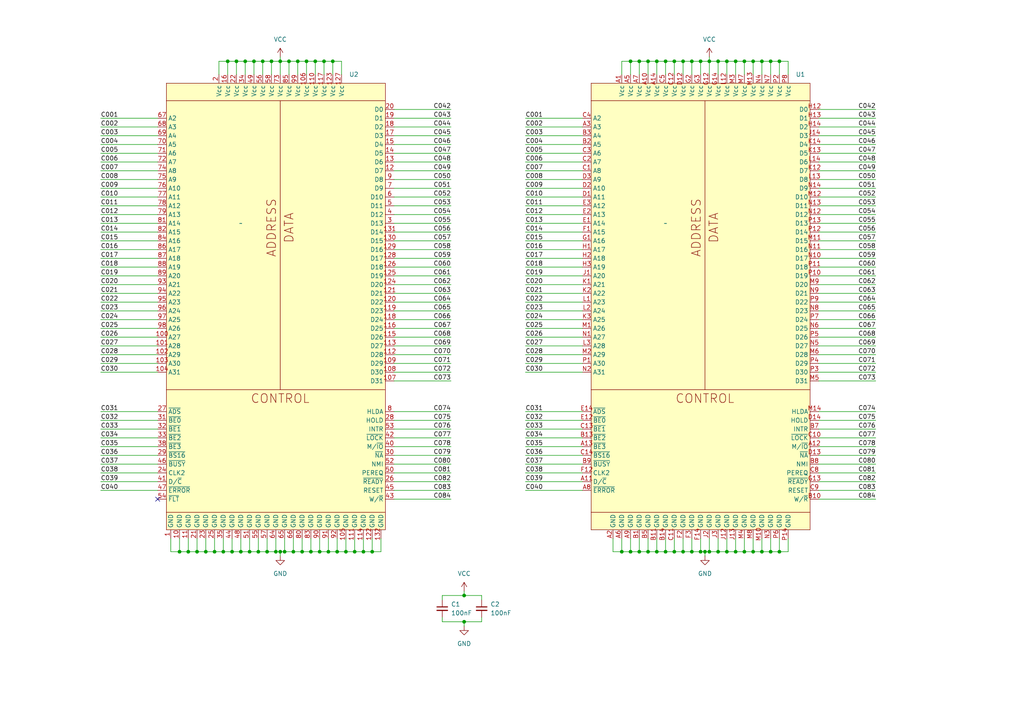
<source format=kicad_sch>
(kicad_sch (version 20231120) (generator "eeschema") (generator_version "8.0")
  (paper "A4")
  (lib_symbols
    (symbol "AM386:AM386_PGA"
      (property "Reference" "U" (at -39.37 36.83 0))
      (symbol "AM386_PGA_1_1"
        (rectangle (start -21.59 40.64) (end 41.91 -88.9) (fill (type background)))
        (polyline (pts (xy -21.59 -83.82) (xy 41.91 -83.82)))
        (polyline (pts (xy -21.59 35.56) (xy 41.91 35.56)))
        (polyline (pts (xy 11.43 35.56) (xy 11.43 -48.26)))
        (polyline (pts (xy 41.91 -48.26) (xy -21.59 -48.26)))
        (text "ADDRESS" (at 8.89 -1.27 900) (effects (font (size 2.54 2.54))))
        (text "CONTROL" (at 11.43 -50.8 0) (effects (font (size 2.54 2.54))))
        (text "DATA" (at 13.97 -1.27 900) (effects (font (size 2.54 2.54))))
        (pin power_in line (at -12.7 43.18 270) (length 2.54) (name "Vcc") (number "A1"))
        (pin power_in line (at -5.08 43.18 270) (length 2.54) (name "Vcc") (number "A10"))
        (pin unspecified line (at -24.13 -74.93 0) (length 2.54) (name "D/~{C}") (number "A11"))
        (pin unspecified line (at 44.45 -64.77 180) (length 2.54) (name "M/~{IO}") (number "A12"))
        (pin unspecified line (at -24.13 -64.77 0) (length 2.54) (name "~{BE3}") (number "A13"))
        (pin power_in line (at -2.54 43.18 270) (length 2.54) (name "Vcc") (number "A14"))
        (pin power_in line (at -15.24 -91.44 90) (length 2.54) (name "GND") (number "A2"))
        (pin output line (at -24.13 27.94 0) (length 2.54) (name "A3") (number "A3"))
        (pin power_in line (at -10.16 43.18 270) (length 2.54) (name "Vcc") (number "A5"))
        (pin power_in line (at -12.7 -91.44 90) (length 2.54) (name "GND") (number "A6"))
        (pin power_in line (at -7.62 43.18 270) (length 2.54) (name "Vcc") (number "A7"))
        (pin unspecified line (at -24.13 -77.47 0) (length 2.54) (name "~{ERROR}") (number "A8"))
        (pin power_in line (at -10.16 -91.44 90) (length 2.54) (name "GND") (number "A9"))
        (pin power_in line (at -7.62 -91.44 90) (length 2.54) (name "GND") (number "B1"))
        (pin unspecified line (at 44.45 -80.01 180) (length 2.54) (name "W/~{R}") (number "B10"))
        (pin power_in line (at -2.54 -91.44 90) (length 2.54) (name "GND") (number "B11"))
        (pin unspecified line (at -24.13 -62.23 0) (length 2.54) (name "~{BE2}") (number "B13"))
        (pin power_in line (at 0 -91.44 90) (length 2.54) (name "GND") (number "B14"))
        (pin output line (at -24.13 22.86 0) (length 2.54) (name "A5") (number "B2"))
        (pin output line (at -24.13 25.4 0) (length 2.54) (name "A4") (number "B3"))
        (pin power_in line (at -5.08 -91.44 90) (length 2.54) (name "GND") (number "B5"))
        (pin unspecified line (at 44.45 -59.69 180) (length 2.54) (name "INTR") (number "B7"))
        (pin unspecified line (at 44.45 -69.85 180) (length 2.54) (name "NMI") (number "B8"))
        (pin unspecified line (at -24.13 -69.85 0) (length 2.54) (name "~{BUSY}") (number "B9"))
        (pin output line (at -24.13 15.24 0) (length 2.54) (name "A8") (number "C1"))
        (pin unspecified line (at 44.45 -62.23 180) (length 2.54) (name "~{LOCK}") (number "C10"))
        (pin power_in line (at 2.54 -91.44 90) (length 2.54) (name "GND") (number "C11"))
        (pin power_in line (at 2.54 43.18 270) (length 2.54) (name "Vcc") (number "C12"))
        (pin unspecified line (at -24.13 -59.69 0) (length 2.54) (name "~{BE1}") (number "C13"))
        (pin unspecified line (at -24.13 -67.31 0) (length 2.54) (name "~{BS16}") (number "C14"))
        (pin output line (at -24.13 17.78 0) (length 2.54) (name "A7") (number "C2"))
        (pin output line (at -24.13 20.32 0) (length 2.54) (name "A6") (number "C3"))
        (pin output line (at -24.13 30.48 0) (length 2.54) (name "A2") (number "C4"))
        (pin power_in line (at 0 43.18 270) (length 2.54) (name "Vcc") (number "C5"))
        (pin unspecified line (at 44.45 -72.39 180) (length 2.54) (name "PEREQ") (number "C8"))
        (pin unspecified line (at 44.45 -77.47 180) (length 2.54) (name "RESET") (number "C9"))
        (pin output line (at -24.13 7.62 0) (length 2.54) (name "A11") (number "D1"))
        (pin power_in line (at 5.08 43.18 270) (length 2.54) (name "Vcc") (number "D12"))
        (pin unspecified line (at 44.45 -67.31 180) (length 2.54) (name "~{NA}") (number "D13"))
        (pin unspecified line (at 44.45 -57.15 180) (length 2.54) (name "HOLD") (number "D14"))
        (pin output line (at -24.13 10.16 0) (length 2.54) (name "A10") (number "D2"))
        (pin output line (at -24.13 12.7 0) (length 2.54) (name "A9") (number "D3"))
        (pin output line (at -24.13 0 0) (length 2.54) (name "A14") (number "E1"))
        (pin unspecified line (at -24.13 -57.15 0) (length 2.54) (name "~{BE0}") (number "E12"))
        (pin unspecified line (at -24.13 -54.61 0) (length 2.54) (name "~{ADS}") (number "E14"))
        (pin output line (at -24.13 2.54 0) (length 2.54) (name "A13") (number "E2"))
        (pin output line (at -24.13 5.08 0) (length 2.54) (name "A12") (number "E3"))
        (pin output line (at -24.13 -2.54 0) (length 2.54) (name "A15") (number "F1"))
        (pin unspecified line (at -24.13 -72.39 0) (length 2.54) (name "CLK2") (number "F12"))
        (pin power_in line (at 10.16 -91.44 90) (length 2.54) (name "GND") (number "F14"))
        (pin power_in line (at 5.08 -91.44 90) (length 2.54) (name "GND") (number "F2"))
        (pin power_in line (at 7.62 -91.44 90) (length 2.54) (name "GND") (number "F3"))
        (pin output line (at -24.13 -5.08 0) (length 2.54) (name "A16") (number "G1"))
        (pin power_in line (at 12.7 43.18 270) (length 2.54) (name "Vcc") (number "G12"))
        (pin unspecified line (at 44.45 -74.93 180) (length 2.54) (name "~{READY}") (number "G13"))
        (pin power_in line (at 15.24 43.18 270) (length 2.54) (name "Vcc") (number "G14"))
        (pin power_in line (at 7.62 43.18 270) (length 2.54) (name "Vcc") (number "G2"))
        (pin power_in line (at 10.16 43.18 270) (length 2.54) (name "Vcc") (number "G3"))
        (pin output line (at -24.13 -7.62 0) (length 2.54) (name "A17") (number "H1"))
        (pin bidirectional line (at 44.45 33.02 180) (length 2.54) (name "D0") (number "H12"))
        (pin bidirectional line (at 44.45 30.48 180) (length 2.54) (name "D1") (number "H13"))
        (pin bidirectional line (at 44.45 27.94 180) (length 2.54) (name "D2") (number "H14"))
        (pin output line (at -24.13 -10.16 0) (length 2.54) (name "A18") (number "H2"))
        (pin output line (at -24.13 -12.7 0) (length 2.54) (name "A19") (number "H3"))
        (pin output line (at -24.13 -15.24 0) (length 2.54) (name "A20") (number "J1"))
        (pin power_in line (at 17.78 -91.44 90) (length 2.54) (name "GND") (number "J12"))
        (pin power_in line (at 20.32 -91.44 90) (length 2.54) (name "GND") (number "J13"))
        (pin bidirectional line (at 44.45 25.4 180) (length 2.54) (name "D3") (number "J14"))
        (pin power_in line (at 12.7 -91.44 90) (length 2.54) (name "GND") (number "J2"))
        (pin power_in line (at 15.24 -91.44 90) (length 2.54) (name "GND") (number "J3"))
        (pin output line (at -24.13 -17.78 0) (length 2.54) (name "A21") (number "K1"))
        (pin bidirectional line (at 44.45 15.24 180) (length 2.54) (name "D7") (number "K12"))
        (pin bidirectional line (at 44.45 20.32 180) (length 2.54) (name "D5") (number "K13"))
        (pin bidirectional line (at 44.45 22.86 180) (length 2.54) (name "D4") (number "K14"))
        (pin output line (at -24.13 -20.32 0) (length 2.54) (name "A22") (number "K2"))
        (pin output line (at -24.13 -27.94 0) (length 2.54) (name "A25") (number "K3"))
        (pin output line (at -24.13 -22.86 0) (length 2.54) (name "A23") (number "L1"))
        (pin power_in line (at 17.78 43.18 270) (length 2.54) (name "Vcc") (number "L12"))
        (pin bidirectional line (at 44.45 12.7 180) (length 2.54) (name "D8") (number "L13"))
        (pin bidirectional line (at 44.45 17.78 180) (length 2.54) (name "D6") (number "L14"))
        (pin output line (at -24.13 -25.4 0) (length 2.54) (name "A24") (number "L2"))
        (pin output line (at -24.13 -35.56 0) (length 2.54) (name "A28") (number "L3"))
        (pin output line (at -24.13 -30.48 0) (length 2.54) (name "A26") (number "M1"))
        (pin power_in line (at 27.94 -91.44 90) (length 2.54) (name "GND") (number "M10"))
        (pin bidirectional line (at 44.45 -5.08 180) (length 2.54) (name "D15") (number "M11"))
        (pin bidirectional line (at 44.45 7.62 180) (length 2.54) (name "D10") (number "M12"))
        (pin power_in line (at 25.4 43.18 270) (length 2.54) (name "Vcc") (number "M13"))
        (pin unspecified line (at 44.45 -54.61 180) (length 2.54) (name "HLDA") (number "M14"))
        (pin output line (at -24.13 -38.1 0) (length 2.54) (name "A29") (number "M2"))
        (pin power_in line (at 20.32 43.18 270) (length 2.54) (name "Vcc") (number "M3"))
        (pin power_in line (at 22.86 -91.44 90) (length 2.54) (name "GND") (number "M4"))
        (pin bidirectional line (at 44.45 -45.72 180) (length 2.54) (name "D31") (number "M5"))
        (pin bidirectional line (at 44.45 -38.1 180) (length 2.54) (name "D28") (number "M6"))
        (pin power_in line (at 22.86 43.18 270) (length 2.54) (name "Vcc") (number "M7"))
        (pin power_in line (at 25.4 -91.44 90) (length 2.54) (name "GND") (number "M8"))
        (pin bidirectional line (at 44.45 -17.78 180) (length 2.54) (name "D20") (number "M9"))
        (pin output line (at -24.13 -33.02 0) (length 2.54) (name "A27") (number "N1"))
        (pin bidirectional line (at 44.45 -10.16 180) (length 2.54) (name "D17") (number "N10"))
        (pin bidirectional line (at 44.45 -7.62 180) (length 2.54) (name "D16") (number "N11"))
        (pin bidirectional line (at 44.45 2.54 180) (length 2.54) (name "D12") (number "N12"))
        (pin bidirectional line (at 44.45 5.08 180) (length 2.54) (name "D11") (number "N13"))
        (pin bidirectional line (at 44.45 10.16 180) (length 2.54) (name "D9") (number "N14"))
        (pin output line (at -24.13 -43.18 0) (length 2.54) (name "A31") (number "N2"))
        (pin power_in line (at 30.48 -91.44 90) (length 2.54) (name "GND") (number "N3"))
        (pin power_in line (at 27.94 43.18 270) (length 2.54) (name "Vcc") (number "N4"))
        (pin bidirectional line (at 44.45 -35.56 180) (length 2.54) (name "D27") (number "N5"))
        (pin bidirectional line (at 44.45 -30.48 180) (length 2.54) (name "D25") (number "N6"))
        (pin power_in line (at 30.48 43.18 270) (length 2.54) (name "Vcc") (number "N7"))
        (pin bidirectional line (at 44.45 -25.4 180) (length 2.54) (name "D23") (number "N8"))
        (pin bidirectional line (at 44.45 -20.32 180) (length 2.54) (name "D21") (number "N9"))
        (pin output line (at -24.13 -40.64 0) (length 2.54) (name "A30") (number "P1"))
        (pin bidirectional line (at 44.45 -15.24 180) (length 2.54) (name "D19") (number "P10"))
        (pin bidirectional line (at 44.45 -12.7 180) (length 2.54) (name "D18") (number "P11"))
        (pin bidirectional line (at 44.45 -2.54 180) (length 2.54) (name "D14") (number "P12"))
        (pin bidirectional line (at 44.45 0 180) (length 2.54) (name "D13") (number "P13"))
        (pin power_in line (at 35.56 -91.44 90) (length 2.54) (name "GND") (number "P14"))
        (pin power_in line (at 33.02 43.18 270) (length 2.54) (name "Vcc") (number "P2"))
        (pin bidirectional line (at 44.45 -43.18 180) (length 2.54) (name "D30") (number "P3"))
        (pin bidirectional line (at 44.45 -40.64 180) (length 2.54) (name "D29") (number "P4"))
        (pin bidirectional line (at 44.45 -33.02 180) (length 2.54) (name "D26") (number "P5"))
        (pin power_in line (at 33.02 -91.44 90) (length 2.54) (name "GND") (number "P6"))
        (pin bidirectional line (at 44.45 -27.94 180) (length 2.54) (name "D24") (number "P7"))
        (pin power_in line (at 35.56 43.18 270) (length 2.54) (name "Vcc") (number "P8"))
        (pin bidirectional line (at 44.45 -22.86 180) (length 2.54) (name "D22") (number "P9"))
      )
    )
    (symbol "AM386:AM386_PQFP"
      (property "Reference" "U" (at -39.37 36.83 0))
      (symbol "AM386_PQFP_1_1"
        (rectangle (start -21.59 40.64) (end 41.91 -88.9) (fill (type background)))
        (polyline (pts (xy -21.59 -83.82) (xy 41.91 -83.82)))
        (polyline (pts (xy -21.59 35.56) (xy 41.91 35.56)))
        (polyline (pts (xy 11.43 35.56) (xy 11.43 -48.26)))
        (polyline (pts (xy 41.91 -48.26) (xy -21.59 -48.26)))
        (text "ADDRESS" (at 8.89 -1.27 900) (effects (font (size 2.54 2.54))))
        (text "CONTROL" (at 11.43 -50.8 0) (effects (font (size 2.54 2.54))))
        (text "DATA" (at 13.97 -1.27 900) (effects (font (size 2.54 2.54))))
        (pin power_in line (at -20.32 -91.44 90) (length 2.54) (name "GND") (number "1"))
        (pin power_in line (at -17.78 -91.44 90) (length 2.54) (name "GND") (number "10"))
        (pin output line (at -24.13 -33.02 0) (length 2.54) (name "A27") (number "100"))
        (pin output line (at -24.13 -35.56 0) (length 2.54) (name "A28") (number "101"))
        (pin output line (at -24.13 -38.1 0) (length 2.54) (name "A29") (number "102"))
        (pin output line (at -24.13 -40.64 0) (length 2.54) (name "A30") (number "103"))
        (pin output line (at -24.13 -43.18 0) (length 2.54) (name "A31") (number "104"))
        (pin power_in line (at 30.48 -91.44 90) (length 2.54) (name "GND") (number "105"))
        (pin power_in line (at 19.05 43.18 270) (length 2.54) (name "Vcc") (number "106"))
        (pin bidirectional line (at 44.45 -45.72 180) (length 2.54) (name "D31") (number "107"))
        (pin bidirectional line (at 44.45 -43.18 180) (length 2.54) (name "D30") (number "108"))
        (pin bidirectional line (at 44.45 -40.64 180) (length 2.54) (name "D29") (number "109"))
        (pin power_in line (at -15.24 -91.44 90) (length 2.54) (name "GND") (number "11"))
        (pin power_in line (at 21.59 43.18 270) (length 2.54) (name "Vcc") (number "110"))
        (pin power_in line (at 33.02 -91.44 90) (length 2.54) (name "GND") (number "111"))
        (pin bidirectional line (at 44.45 -38.1 180) (length 2.54) (name "D28") (number "112"))
        (pin bidirectional line (at 44.45 -35.56 180) (length 2.54) (name "D27") (number "113"))
        (pin power_in line (at 35.56 -91.44 90) (length 2.54) (name "GND") (number "114"))
        (pin bidirectional line (at 44.45 -33.02 180) (length 2.54) (name "D26") (number "115"))
        (pin bidirectional line (at 44.45 -30.48 180) (length 2.54) (name "D25") (number "116"))
        (pin power_in line (at 24.13 43.18 270) (length 2.54) (name "Vcc") (number "117"))
        (pin bidirectional line (at 44.45 -27.94 180) (length 2.54) (name "D24") (number "118"))
        (pin bidirectional line (at 44.45 -25.4 180) (length 2.54) (name "D23") (number "119"))
        (pin bidirectional line (at 44.45 15.24 180) (length 2.54) (name "D7") (number "12"))
        (pin bidirectional line (at 44.45 -22.86 180) (length 2.54) (name "D22") (number "120"))
        (pin bidirectional line (at 44.45 -20.32 180) (length 2.54) (name "D21") (number "121"))
        (pin power_in line (at 38.1 -91.44 90) (length 2.54) (name "GND") (number "122"))
        (pin power_in line (at 26.67 43.18 270) (length 2.54) (name "Vcc") (number "123"))
        (pin bidirectional line (at 44.45 -17.78 180) (length 2.54) (name "D20") (number "124"))
        (pin bidirectional line (at 44.45 -15.24 180) (length 2.54) (name "D19") (number "125"))
        (pin bidirectional line (at 44.45 -12.7 180) (length 2.54) (name "D18") (number "126"))
        (pin power_in line (at 29.21 43.18 270) (length 2.54) (name "Vcc") (number "127"))
        (pin bidirectional line (at 44.45 -10.16 180) (length 2.54) (name "D17") (number "128"))
        (pin bidirectional line (at 44.45 -7.62 180) (length 2.54) (name "D16") (number "129"))
        (pin bidirectional line (at 44.45 17.78 180) (length 2.54) (name "D6") (number "13"))
        (pin bidirectional line (at 44.45 -5.08 180) (length 2.54) (name "D15") (number "130"))
        (pin bidirectional line (at 44.45 -2.54 180) (length 2.54) (name "D14") (number "131"))
        (pin power_in line (at 40.64 -91.44 90) (length 2.54) (name "GND") (number "132"))
        (pin bidirectional line (at 44.45 20.32 180) (length 2.54) (name "D5") (number "14"))
        (pin bidirectional line (at 44.45 22.86 180) (length 2.54) (name "D4") (number "15"))
        (pin power_in line (at -3.81 43.18 270) (length 2.54) (name "Vcc") (number "16"))
        (pin bidirectional line (at 44.45 25.4 180) (length 2.54) (name "D3") (number "17"))
        (pin bidirectional line (at 44.45 27.94 180) (length 2.54) (name "D2") (number "18"))
        (pin bidirectional line (at 44.45 30.48 180) (length 2.54) (name "D1") (number "19"))
        (pin power_in line (at -6.35 43.18 270) (length 2.54) (name "Vcc") (number "2"))
        (pin bidirectional line (at 44.45 33.02 180) (length 2.54) (name "D0") (number "20"))
        (pin power_in line (at -12.7 -91.44 90) (length 2.54) (name "GND") (number "21"))
        (pin power_in line (at -1.27 43.18 270) (length 2.54) (name "Vcc") (number "22"))
        (pin power_in line (at -10.16 -91.44 90) (length 2.54) (name "GND") (number "23"))
        (pin unspecified line (at -24.13 -72.39 0) (length 2.54) (name "CLK2") (number "24"))
        (pin power_in line (at -7.62 -91.44 90) (length 2.54) (name "GND") (number "25"))
        (pin unspecified line (at 44.45 -74.93 180) (length 2.54) (name "~{READY}") (number "26"))
        (pin unspecified line (at -24.13 -54.61 0) (length 2.54) (name "~{ADS}") (number "27"))
        (pin unspecified line (at 44.45 -57.15 180) (length 2.54) (name "HOLD") (number "28"))
        (pin unspecified line (at -24.13 -67.31 0) (length 2.54) (name "~{BS16}") (number "29"))
        (pin bidirectional line (at 44.45 0 180) (length 2.54) (name "D13") (number "3"))
        (pin unspecified line (at 44.45 -67.31 180) (length 2.54) (name "~{NA}") (number "30"))
        (pin unspecified line (at -24.13 -57.15 0) (length 2.54) (name "~{BE0}") (number "31"))
        (pin unspecified line (at -24.13 -59.69 0) (length 2.54) (name "~{BE1}") (number "32"))
        (pin unspecified line (at -24.13 -62.23 0) (length 2.54) (name "~{BE2}") (number "33"))
        (pin power_in line (at 1.27 43.18 270) (length 2.54) (name "Vcc") (number "34"))
        (pin power_in line (at -5.08 -91.44 90) (length 2.54) (name "GND") (number "35"))
        (pin unspecified line (at -24.13 -64.77 0) (length 2.54) (name "~{BE3}") (number "38"))
        (pin bidirectional line (at 44.45 2.54 180) (length 2.54) (name "D12") (number "4"))
        (pin unspecified line (at 44.45 -64.77 180) (length 2.54) (name "M/~{IO}") (number "40"))
        (pin unspecified line (at -24.13 -74.93 0) (length 2.54) (name "D/~{C}") (number "41"))
        (pin unspecified line (at 44.45 -62.23 180) (length 2.54) (name "~{LOCK}") (number "42"))
        (pin unspecified line (at 44.45 -80.01 180) (length 2.54) (name "W/~{R}") (number "43"))
        (pin power_in line (at -2.54 -91.44 90) (length 2.54) (name "GND") (number "44"))
        (pin unspecified line (at 44.45 -77.47 180) (length 2.54) (name "RESET") (number "45"))
        (pin unspecified line (at -24.13 -69.85 0) (length 2.54) (name "~{BUSY}") (number "46"))
        (pin unspecified line (at -24.13 -77.47 0) (length 2.54) (name "~{ERROR}") (number "47"))
        (pin power_in line (at 0 -91.44 90) (length 2.54) (name "GND") (number "48"))
        (pin power_in line (at 3.81 43.18 270) (length 2.54) (name "Vcc") (number "49"))
        (pin bidirectional line (at 44.45 5.08 180) (length 2.54) (name "D11") (number "5"))
        (pin unspecified line (at 44.45 -72.39 180) (length 2.54) (name "PEREQ") (number "50"))
        (pin power_in line (at 2.54 -91.44 90) (length 2.54) (name "GND") (number "51"))
        (pin unspecified line (at 44.45 -69.85 180) (length 2.54) (name "NMI") (number "52"))
        (pin unspecified line (at 44.45 -59.69 180) (length 2.54) (name "INTR") (number "53"))
        (pin unspecified line (at -24.13 -80.01 0) (length 2.54) (name "~{FLT}") (number "54"))
        (pin power_in line (at 5.08 -91.44 90) (length 2.54) (name "GND") (number "55"))
        (pin power_in line (at 6.35 43.18 270) (length 2.54) (name "Vcc") (number "56"))
        (pin power_in line (at 7.62 -91.44 90) (length 2.54) (name "GND") (number "57"))
        (pin power_in line (at 8.89 43.18 270) (length 2.54) (name "Vcc") (number "58"))
        (pin bidirectional line (at 44.45 7.62 180) (length 2.54) (name "D10") (number "6"))
        (pin power_in line (at 10.16 -91.44 90) (length 2.54) (name "GND") (number "64"))
        (pin power_in line (at 12.7 -91.44 90) (length 2.54) (name "GND") (number "65"))
        (pin power_in line (at 15.24 -91.44 90) (length 2.54) (name "GND") (number "66"))
        (pin output line (at -24.13 30.48 0) (length 2.54) (name "A2") (number "67"))
        (pin output line (at -24.13 27.94 0) (length 2.54) (name "A3") (number "68"))
        (pin output line (at -24.13 25.4 0) (length 2.54) (name "A4") (number "69"))
        (pin bidirectional line (at 44.45 10.16 180) (length 2.54) (name "D9") (number "7"))
        (pin output line (at -24.13 22.86 0) (length 2.54) (name "A5") (number "70"))
        (pin output line (at -24.13 20.32 0) (length 2.54) (name "A6") (number "71"))
        (pin output line (at -24.13 17.78 0) (length 2.54) (name "A7") (number "72"))
        (pin power_in line (at 11.43 43.18 270) (length 2.54) (name "Vcc") (number "73"))
        (pin output line (at -24.13 15.24 0) (length 2.54) (name "A8") (number "74"))
        (pin output line (at -24.13 12.7 0) (length 2.54) (name "A9") (number "75"))
        (pin output line (at -24.13 10.16 0) (length 2.54) (name "A10") (number "76"))
        (pin output line (at -24.13 7.62 0) (length 2.54) (name "A11") (number "77"))
        (pin output line (at -24.13 5.08 0) (length 2.54) (name "A12") (number "78"))
        (pin output line (at -24.13 2.54 0) (length 2.54) (name "A13") (number "79"))
        (pin unspecified line (at 44.45 -54.61 180) (length 2.54) (name "HLDA") (number "8"))
        (pin power_in line (at 17.78 -91.44 90) (length 2.54) (name "GND") (number "80"))
        (pin output line (at -24.13 0 0) (length 2.54) (name "A14") (number "81"))
        (pin output line (at -24.13 -2.54 0) (length 2.54) (name "A15") (number "82"))
        (pin power_in line (at 20.32 -91.44 90) (length 2.54) (name "GND") (number "83"))
        (pin output line (at -24.13 -5.08 0) (length 2.54) (name "A16") (number "84"))
        (pin power_in line (at 13.97 43.18 270) (length 2.54) (name "Vcc") (number "85"))
        (pin output line (at -24.13 -7.62 0) (length 2.54) (name "A17") (number "86"))
        (pin output line (at -24.13 -10.16 0) (length 2.54) (name "A18") (number "87"))
        (pin output line (at -24.13 -12.7 0) (length 2.54) (name "A19") (number "88"))
        (pin output line (at -24.13 -15.24 0) (length 2.54) (name "A20") (number "89"))
        (pin bidirectional line (at 44.45 12.7 180) (length 2.54) (name "D8") (number "9"))
        (pin power_in line (at 22.86 -91.44 90) (length 2.54) (name "GND") (number "90"))
        (pin power_in line (at 25.4 -91.44 90) (length 2.54) (name "GND") (number "91"))
        (pin power_in line (at 27.94 -91.44 90) (length 2.54) (name "GND") (number "92"))
        (pin output line (at -24.13 -17.78 0) (length 2.54) (name "A21") (number "93"))
        (pin output line (at -24.13 -20.32 0) (length 2.54) (name "A22") (number "94"))
        (pin output line (at -24.13 -22.86 0) (length 2.54) (name "A23") (number "95"))
        (pin output line (at -24.13 -25.4 0) (length 2.54) (name "A24") (number "96"))
        (pin output line (at -24.13 -27.94 0) (length 2.54) (name "A25") (number "97"))
        (pin output line (at -24.13 -30.48 0) (length 2.54) (name "A26") (number "98"))
        (pin power_in line (at 16.51 43.18 270) (length 2.54) (name "Vcc") (number "99"))
      )
    )
    (symbol "Device:C_Small" (pin_numbers hide) (pin_names (offset 0.254) hide)
      (property "Reference" "C" (at 0.254 1.778 0))
      (property "Value" "C_Small" (at 0.254 -2.032 0))
      (symbol "C_Small_0_1"
        (polyline (pts (xy -1.524 -0.508) (xy 1.524 -0.508)) (stroke (width 0.3302)))
        (polyline (pts (xy -1.524 0.508) (xy 1.524 0.508)) (stroke (width 0.3048)))
      )
      (symbol "C_Small_1_1"
        (pin passive line (at 0 2.54 270) (length 2.032) (name "~") (number "1"))
        (pin passive line (at 0 -2.54 90) (length 2.032) (name "~") (number "2"))
      )
    )
    (symbol "power:GND" (power) (pin_names (offset 0))
      (property "Value" "GND" (at 0 -3.81 0))
      (symbol "GND_0_1"
        (polyline (pts (xy 0 0) (xy 0 -1.27) (xy 1.27 -1.27) (xy 0 -2.54) (xy -1.27 -1.27) (xy 0 -1.27)))
      )
      (symbol "GND_1_1"
        (pin power_in line (at 0 0 270) (length 0) hide (name "GND") (number "1"))
      )
    )
    (symbol "power:VCC" (power) (pin_names (offset 0))
      (property "Value" "VCC" (at 0 3.81 0))
      (symbol "VCC_0_1"
        (polyline (pts (xy -0.762 1.27) (xy 0 2.54)))
        (polyline (pts (xy 0 0) (xy 0 2.54)))
        (polyline (pts (xy 0 2.54) (xy 0.762 1.27)))
      )
      (symbol "VCC_1_1"
        (pin power_in line (at 0 0 90) (length 0) hide (name "VCC") (number "1"))
      )
    )
  )
  (junction (at 52.07 160.02))
  (junction (at 205.74 160.02))
  (junction (at 93.98 17.78))
  (junction (at 200.66 160.02))
  (junction (at 81.28 160.02))
  (junction (at 88.9 17.78))
  (junction (at 215.9 160.02))
  (junction (at 82.55 160.02))
  (junction (at 180.34 160.02))
  (junction (at 226.06 17.78))
  (junction (at 83.82 17.78))
  (junction (at 210.82 17.78))
  (junction (at 203.2 17.78))
  (junction (at 76.2 17.78))
  (junction (at 80.01 160.02))
  (junction (at 86.36 17.78))
  (junction (at 193.04 160.02))
  (junction (at 213.36 160.02))
  (junction (at 208.28 17.78))
  (junction (at 134.62 180.34))
  (junction (at 218.44 160.02))
  (junction (at 66.04 17.78))
  (junction (at 185.42 160.02))
  (junction (at 190.5 17.78))
  (junction (at 223.52 17.78))
  (junction (at 92.71 160.02))
  (junction (at 187.96 160.02))
  (junction (at 210.82 160.02))
  (junction (at 64.77 160.02))
  (junction (at 107.95 160.02))
  (junction (at 200.66 17.78))
  (junction (at 182.88 17.78))
  (junction (at 54.61 160.02))
  (junction (at 226.06 160.02))
  (junction (at 185.42 17.78))
  (junction (at 213.36 17.78))
  (junction (at 215.9 17.78))
  (junction (at 68.58 17.78))
  (junction (at 100.33 160.02))
  (junction (at 182.88 160.02))
  (junction (at 223.52 160.02))
  (junction (at 73.66 17.78))
  (junction (at 193.04 17.78))
  (junction (at 198.12 17.78))
  (junction (at 77.47 160.02))
  (junction (at 78.74 17.78))
  (junction (at 203.2 160.02))
  (junction (at 220.98 17.78))
  (junction (at 96.52 17.78))
  (junction (at 87.63 160.02))
  (junction (at 190.5 160.02))
  (junction (at 97.79 160.02))
  (junction (at 59.69 160.02))
  (junction (at 85.09 160.02))
  (junction (at 205.74 17.78))
  (junction (at 220.98 160.02))
  (junction (at 90.17 160.02))
  (junction (at 57.15 160.02))
  (junction (at 208.28 160.02))
  (junction (at 195.58 17.78))
  (junction (at 81.28 17.78))
  (junction (at 134.62 172.72))
  (junction (at 69.85 160.02))
  (junction (at 187.96 17.78))
  (junction (at 72.39 160.02))
  (junction (at 62.23 160.02))
  (junction (at 91.44 17.78))
  (junction (at 105.41 160.02))
  (junction (at 71.12 17.78))
  (junction (at 204.47 160.02))
  (junction (at 67.31 160.02))
  (junction (at 95.25 160.02))
  (junction (at 74.93 160.02))
  (junction (at 102.87 160.02))
  (junction (at 195.58 160.02))
  (junction (at 218.44 17.78))
  (junction (at 198.12 160.02))
  (no_connect (at 45.72 144.78))
  (wire (pts (xy 100.33 160.02) (xy 102.87 160.02)))
  (wire (pts (xy 78.74 17.78) (xy 81.28 17.78)))
  (wire (pts (xy 237.49 74.93) (xy 254 74.93)))
  (wire (pts (xy 107.95 160.02) (xy 105.41 160.02)))
  (wire (pts (xy 152.4 90.17) (xy 168.91 90.17)))
  (wire (pts (xy 29.21 97.79) (xy 45.72 97.79)))
  (wire (pts (xy 237.49 64.77) (xy 254 64.77)))
  (wire (pts (xy 237.49 67.31) (xy 254 67.31)))
  (wire (pts (xy 114.3 44.45) (xy 130.81 44.45)))
  (wire (pts (xy 190.5 156.21) (xy 190.5 160.02)))
  (wire (pts (xy 68.58 17.78) (xy 71.12 17.78)))
  (wire (pts (xy 62.23 160.02) (xy 62.23 156.21)))
  (wire (pts (xy 114.3 82.55) (xy 130.81 82.55)))
  (wire (pts (xy 152.4 41.91) (xy 168.91 41.91)))
  (wire (pts (xy 228.6 17.78) (xy 228.6 21.59)))
  (wire (pts (xy 29.21 69.85) (xy 45.72 69.85)))
  (wire (pts (xy 215.9 156.21) (xy 215.9 160.02)))
  (wire (pts (xy 114.3 49.53) (xy 130.81 49.53)))
  (wire (pts (xy 237.49 95.25) (xy 254 95.25)))
  (wire (pts (xy 29.21 132.08) (xy 45.72 132.08)))
  (wire (pts (xy 110.49 156.21) (xy 110.49 160.02)))
  (wire (pts (xy 49.53 160.02) (xy 52.07 160.02)))
  (wire (pts (xy 237.49 119.38) (xy 254 119.38)))
  (wire (pts (xy 73.66 17.78) (xy 73.66 21.59)))
  (wire (pts (xy 71.12 17.78) (xy 71.12 21.59)))
  (wire (pts (xy 152.4 139.7) (xy 168.91 139.7)))
  (wire (pts (xy 29.21 127) (xy 45.72 127)))
  (wire (pts (xy 182.88 21.59) (xy 182.88 17.78)))
  (wire (pts (xy 114.3 85.09) (xy 130.81 85.09)))
  (wire (pts (xy 114.3 142.24) (xy 130.81 142.24)))
  (wire (pts (xy 114.3 129.54) (xy 130.81 129.54)))
  (wire (pts (xy 208.28 17.78) (xy 208.28 21.59)))
  (wire (pts (xy 81.28 17.78) (xy 81.28 21.59)))
  (wire (pts (xy 64.77 156.21) (xy 64.77 160.02)))
  (wire (pts (xy 152.4 52.07) (xy 168.91 52.07)))
  (wire (pts (xy 152.4 44.45) (xy 168.91 44.45)))
  (wire (pts (xy 29.21 107.95) (xy 45.72 107.95)))
  (wire (pts (xy 95.25 156.21) (xy 95.25 160.02)))
  (wire (pts (xy 213.36 156.21) (xy 213.36 160.02)))
  (wire (pts (xy 134.62 180.34) (xy 139.7 180.34)))
  (wire (pts (xy 237.49 107.95) (xy 254 107.95)))
  (wire (pts (xy 152.4 82.55) (xy 168.91 82.55)))
  (wire (pts (xy 226.06 160.02) (xy 228.6 160.02)))
  (wire (pts (xy 52.07 160.02) (xy 54.61 160.02)))
  (wire (pts (xy 210.82 17.78) (xy 210.82 21.59)))
  (wire (pts (xy 237.49 124.46) (xy 254 124.46)))
  (wire (pts (xy 152.4 46.99) (xy 168.91 46.99)))
  (wire (pts (xy 66.04 17.78) (xy 66.04 21.59)))
  (wire (pts (xy 180.34 160.02) (xy 182.88 160.02)))
  (wire (pts (xy 29.21 46.99) (xy 45.72 46.99)))
  (wire (pts (xy 82.55 156.21) (xy 82.55 160.02)))
  (wire (pts (xy 63.5 21.59) (xy 63.5 17.78)))
  (wire (pts (xy 187.96 156.21) (xy 187.96 160.02)))
  (wire (pts (xy 218.44 156.21) (xy 218.44 160.02)))
  (wire (pts (xy 29.21 134.62) (xy 45.72 134.62)))
  (wire (pts (xy 29.21 100.33) (xy 45.72 100.33)))
  (wire (pts (xy 29.21 72.39) (xy 45.72 72.39)))
  (wire (pts (xy 114.3 107.95) (xy 130.81 107.95)))
  (wire (pts (xy 114.3 62.23) (xy 130.81 62.23)))
  (wire (pts (xy 200.66 17.78) (xy 200.66 21.59)))
  (wire (pts (xy 152.4 36.83) (xy 168.91 36.83)))
  (wire (pts (xy 128.27 180.34) (xy 134.62 180.34)))
  (wire (pts (xy 96.52 17.78) (xy 96.52 21.59)))
  (wire (pts (xy 90.17 156.21) (xy 90.17 160.02)))
  (wire (pts (xy 200.66 160.02) (xy 203.2 160.02)))
  (wire (pts (xy 237.49 102.87) (xy 254 102.87)))
  (wire (pts (xy 182.88 156.21) (xy 182.88 160.02)))
  (wire (pts (xy 114.3 110.49) (xy 130.81 110.49)))
  (wire (pts (xy 128.27 172.72) (xy 134.62 172.72)))
  (wire (pts (xy 80.01 156.21) (xy 80.01 160.02)))
  (wire (pts (xy 139.7 180.34) (xy 139.7 179.07)))
  (wire (pts (xy 215.9 17.78) (xy 218.44 17.78)))
  (wire (pts (xy 177.8 160.02) (xy 180.34 160.02)))
  (wire (pts (xy 215.9 17.78) (xy 215.9 21.59)))
  (wire (pts (xy 100.33 156.21) (xy 100.33 160.02)))
  (wire (pts (xy 67.31 160.02) (xy 69.85 160.02)))
  (wire (pts (xy 57.15 160.02) (xy 59.69 160.02)))
  (wire (pts (xy 114.3 144.78) (xy 130.81 144.78)))
  (wire (pts (xy 237.49 39.37) (xy 254 39.37)))
  (wire (pts (xy 152.4 134.62) (xy 168.91 134.62)))
  (wire (pts (xy 92.71 160.02) (xy 95.25 160.02)))
  (wire (pts (xy 114.3 137.16) (xy 130.81 137.16)))
  (wire (pts (xy 187.96 17.78) (xy 190.5 17.78)))
  (wire (pts (xy 29.21 54.61) (xy 45.72 54.61)))
  (wire (pts (xy 237.49 69.85) (xy 254 69.85)))
  (wire (pts (xy 91.44 17.78) (xy 93.98 17.78)))
  (wire (pts (xy 114.3 31.75) (xy 130.81 31.75)))
  (wire (pts (xy 152.4 129.54) (xy 168.91 129.54)))
  (wire (pts (xy 237.49 100.33) (xy 254 100.33)))
  (wire (pts (xy 110.49 160.02) (xy 107.95 160.02)))
  (wire (pts (xy 97.79 156.21) (xy 97.79 160.02)))
  (wire (pts (xy 29.21 82.55) (xy 45.72 82.55)))
  (wire (pts (xy 114.3 124.46) (xy 130.81 124.46)))
  (wire (pts (xy 198.12 156.21) (xy 198.12 160.02)))
  (wire (pts (xy 29.21 119.38) (xy 45.72 119.38)))
  (wire (pts (xy 29.21 80.01) (xy 45.72 80.01)))
  (wire (pts (xy 87.63 160.02) (xy 90.17 160.02)))
  (wire (pts (xy 152.4 95.25) (xy 168.91 95.25)))
  (wire (pts (xy 152.4 39.37) (xy 168.91 39.37)))
  (wire (pts (xy 88.9 17.78) (xy 91.44 17.78)))
  (wire (pts (xy 237.49 87.63) (xy 254 87.63)))
  (wire (pts (xy 29.21 59.69) (xy 45.72 59.69)))
  (wire (pts (xy 223.52 156.21) (xy 223.52 160.02)))
  (wire (pts (xy 237.49 54.61) (xy 254 54.61)))
  (wire (pts (xy 190.5 17.78) (xy 193.04 17.78)))
  (wire (pts (xy 237.49 59.69) (xy 254 59.69)))
  (wire (pts (xy 114.3 87.63) (xy 130.81 87.63)))
  (wire (pts (xy 29.21 90.17) (xy 45.72 90.17)))
  (wire (pts (xy 114.3 105.41) (xy 130.81 105.41)))
  (wire (pts (xy 29.21 77.47) (xy 45.72 77.47)))
  (wire (pts (xy 237.49 62.23) (xy 254 62.23)))
  (wire (pts (xy 210.82 17.78) (xy 213.36 17.78)))
  (wire (pts (xy 190.5 17.78) (xy 190.5 21.59)))
  (wire (pts (xy 69.85 160.02) (xy 72.39 160.02)))
  (wire (pts (xy 152.4 107.95) (xy 168.91 107.95)))
  (wire (pts (xy 114.3 102.87) (xy 130.81 102.87)))
  (wire (pts (xy 205.74 17.78) (xy 208.28 17.78)))
  (wire (pts (xy 29.21 34.29) (xy 45.72 34.29)))
  (wire (pts (xy 198.12 17.78) (xy 198.12 21.59)))
  (wire (pts (xy 134.62 171.45) (xy 134.62 172.72)))
  (wire (pts (xy 237.49 82.55) (xy 254 82.55)))
  (wire (pts (xy 128.27 179.07) (xy 128.27 180.34)))
  (wire (pts (xy 237.49 31.75) (xy 254 31.75)))
  (wire (pts (xy 114.3 54.61) (xy 130.81 54.61)))
  (wire (pts (xy 114.3 121.92) (xy 130.81 121.92)))
  (wire (pts (xy 220.98 17.78) (xy 223.52 17.78)))
  (wire (pts (xy 114.3 119.38) (xy 130.81 119.38)))
  (wire (pts (xy 29.21 129.54) (xy 45.72 129.54)))
  (wire (pts (xy 97.79 160.02) (xy 100.33 160.02)))
  (wire (pts (xy 29.21 52.07) (xy 45.72 52.07)))
  (wire (pts (xy 152.4 62.23) (xy 168.91 62.23)))
  (wire (pts (xy 152.4 59.69) (xy 168.91 59.69)))
  (wire (pts (xy 114.3 95.25) (xy 130.81 95.25)))
  (wire (pts (xy 99.06 17.78) (xy 99.06 21.59)))
  (wire (pts (xy 218.44 160.02) (xy 220.98 160.02)))
  (wire (pts (xy 152.4 77.47) (xy 168.91 77.47)))
  (wire (pts (xy 213.36 17.78) (xy 215.9 17.78)))
  (wire (pts (xy 83.82 17.78) (xy 86.36 17.78)))
  (wire (pts (xy 114.3 36.83) (xy 130.81 36.83)))
  (wire (pts (xy 114.3 132.08) (xy 130.81 132.08)))
  (wire (pts (xy 152.4 97.79) (xy 168.91 97.79)))
  (wire (pts (xy 134.62 180.34) (xy 134.62 181.61)))
  (wire (pts (xy 152.4 85.09) (xy 168.91 85.09)))
  (wire (pts (xy 237.49 105.41) (xy 254 105.41)))
  (wire (pts (xy 114.3 39.37) (xy 130.81 39.37)))
  (wire (pts (xy 205.74 156.21) (xy 205.74 160.02)))
  (wire (pts (xy 152.4 127) (xy 168.91 127)))
  (wire (pts (xy 72.39 160.02) (xy 74.93 160.02)))
  (wire (pts (xy 228.6 156.21) (xy 228.6 160.02)))
  (wire (pts (xy 114.3 92.71) (xy 130.81 92.71)))
  (wire (pts (xy 177.8 156.21) (xy 177.8 160.02)))
  (wire (pts (xy 237.49 92.71) (xy 254 92.71)))
  (wire (pts (xy 187.96 160.02) (xy 190.5 160.02)))
  (wire (pts (xy 152.4 124.46) (xy 168.91 124.46)))
  (wire (pts (xy 90.17 160.02) (xy 92.71 160.02)))
  (wire (pts (xy 237.49 132.08) (xy 254 132.08)))
  (wire (pts (xy 152.4 87.63) (xy 168.91 87.63)))
  (wire (pts (xy 237.49 80.01) (xy 254 80.01)))
  (wire (pts (xy 54.61 156.21) (xy 54.61 160.02)))
  (wire (pts (xy 29.21 67.31) (xy 45.72 67.31)))
  (wire (pts (xy 152.4 100.33) (xy 168.91 100.33)))
  (wire (pts (xy 57.15 160.02) (xy 57.15 156.21)))
  (wire (pts (xy 226.06 17.78) (xy 228.6 17.78)))
  (wire (pts (xy 87.63 156.21) (xy 87.63 160.02)))
  (wire (pts (xy 180.34 17.78) (xy 180.34 21.59)))
  (wire (pts (xy 59.69 160.02) (xy 62.23 160.02)))
  (wire (pts (xy 152.4 137.16) (xy 168.91 137.16)))
  (wire (pts (xy 93.98 17.78) (xy 93.98 21.59)))
  (wire (pts (xy 237.49 127) (xy 254 127)))
  (wire (pts (xy 29.21 142.24) (xy 45.72 142.24)))
  (wire (pts (xy 210.82 156.21) (xy 210.82 160.02)))
  (wire (pts (xy 193.04 17.78) (xy 193.04 21.59)))
  (wire (pts (xy 200.66 156.21) (xy 200.66 160.02)))
  (wire (pts (xy 29.21 74.93) (xy 45.72 74.93)))
  (wire (pts (xy 180.34 160.02) (xy 180.34 156.21)))
  (wire (pts (xy 203.2 17.78) (xy 205.74 17.78)))
  (wire (pts (xy 29.21 57.15) (xy 45.72 57.15)))
  (wire (pts (xy 114.3 41.91) (xy 130.81 41.91)))
  (wire (pts (xy 114.3 77.47) (xy 130.81 77.47)))
  (wire (pts (xy 152.4 69.85) (xy 168.91 69.85)))
  (wire (pts (xy 193.04 160.02) (xy 195.58 160.02)))
  (wire (pts (xy 29.21 95.25) (xy 45.72 95.25)))
  (wire (pts (xy 237.49 137.16) (xy 254 137.16)))
  (wire (pts (xy 210.82 160.02) (xy 213.36 160.02)))
  (wire (pts (xy 85.09 160.02) (xy 87.63 160.02)))
  (wire (pts (xy 237.49 44.45) (xy 254 44.45)))
  (wire (pts (xy 88.9 17.78) (xy 88.9 21.59)))
  (wire (pts (xy 92.71 156.21) (xy 92.71 160.02)))
  (wire (pts (xy 29.21 105.41) (xy 45.72 105.41)))
  (wire (pts (xy 193.04 17.78) (xy 195.58 17.78)))
  (wire (pts (xy 139.7 172.72) (xy 139.7 173.99)))
  (wire (pts (xy 114.3 52.07) (xy 130.81 52.07)))
  (wire (pts (xy 134.62 172.72) (xy 139.7 172.72)))
  (wire (pts (xy 220.98 160.02) (xy 223.52 160.02)))
  (wire (pts (xy 185.42 17.78) (xy 185.42 21.59)))
  (wire (pts (xy 195.58 17.78) (xy 198.12 17.78)))
  (wire (pts (xy 29.21 121.92) (xy 45.72 121.92)))
  (wire (pts (xy 237.49 129.54) (xy 254 129.54)))
  (wire (pts (xy 114.3 90.17) (xy 130.81 90.17)))
  (wire (pts (xy 213.36 17.78) (xy 213.36 21.59)))
  (wire (pts (xy 86.36 17.78) (xy 86.36 21.59)))
  (wire (pts (xy 237.49 144.78) (xy 254 144.78)))
  (wire (pts (xy 237.49 121.92) (xy 254 121.92)))
  (wire (pts (xy 74.93 160.02) (xy 77.47 160.02)))
  (wire (pts (xy 63.5 17.78) (xy 66.04 17.78)))
  (wire (pts (xy 29.21 102.87) (xy 45.72 102.87)))
  (wire (pts (xy 85.09 156.21) (xy 85.09 160.02)))
  (wire (pts (xy 237.49 57.15) (xy 254 57.15)))
  (wire (pts (xy 29.21 39.37) (xy 45.72 39.37)))
  (wire (pts (xy 190.5 160.02) (xy 193.04 160.02)))
  (wire (pts (xy 223.52 160.02) (xy 226.06 160.02)))
  (wire (pts (xy 218.44 17.78) (xy 218.44 21.59)))
  (wire (pts (xy 59.69 156.21) (xy 59.69 160.02)))
  (wire (pts (xy 152.4 102.87) (xy 168.91 102.87)))
  (wire (pts (xy 96.52 17.78) (xy 99.06 17.78)))
  (wire (pts (xy 66.04 17.78) (xy 68.58 17.78)))
  (wire (pts (xy 208.28 17.78) (xy 210.82 17.78)))
  (wire (pts (xy 152.4 132.08) (xy 168.91 132.08)))
  (wire (pts (xy 29.21 87.63) (xy 45.72 87.63)))
  (wire (pts (xy 152.4 64.77) (xy 168.91 64.77)))
  (wire (pts (xy 205.74 17.78) (xy 205.74 21.59)))
  (wire (pts (xy 77.47 160.02) (xy 80.01 160.02)))
  (wire (pts (xy 200.66 17.78) (xy 203.2 17.78)))
  (wire (pts (xy 114.3 34.29) (xy 130.81 34.29)))
  (wire (pts (xy 203.2 17.78) (xy 203.2 21.59)))
  (wire (pts (xy 220.98 156.21) (xy 220.98 160.02)))
  (wire (pts (xy 29.21 124.46) (xy 45.72 124.46)))
  (wire (pts (xy 204.47 160.02) (xy 204.47 161.29)))
  (wire (pts (xy 114.3 72.39) (xy 130.81 72.39)))
  (wire (pts (xy 237.49 97.79) (xy 254 97.79)))
  (wire (pts (xy 152.4 54.61) (xy 168.91 54.61)))
  (wire (pts (xy 105.41 156.21) (xy 105.41 160.02)))
  (wire (pts (xy 152.4 67.31) (xy 168.91 67.31)))
  (wire (pts (xy 185.42 17.78) (xy 187.96 17.78)))
  (wire (pts (xy 77.47 156.21) (xy 77.47 160.02)))
  (wire (pts (xy 81.28 17.78) (xy 83.82 17.78)))
  (wire (pts (xy 114.3 59.69) (xy 130.81 59.69)))
  (wire (pts (xy 114.3 100.33) (xy 130.81 100.33)))
  (wire (pts (xy 180.34 17.78) (xy 182.88 17.78)))
  (wire (pts (xy 62.23 160.02) (xy 64.77 160.02)))
  (wire (pts (xy 114.3 67.31) (xy 130.81 67.31)))
  (wire (pts (xy 152.4 92.71) (xy 168.91 92.71)))
  (wire (pts (xy 237.49 49.53) (xy 254 49.53)))
  (wire (pts (xy 237.49 134.62) (xy 254 134.62)))
  (wire (pts (xy 69.85 156.21) (xy 69.85 160.02)))
  (wire (pts (xy 114.3 127) (xy 130.81 127)))
  (wire (pts (xy 237.49 90.17) (xy 254 90.17)))
  (wire (pts (xy 29.21 139.7) (xy 45.72 139.7)))
  (wire (pts (xy 203.2 156.21) (xy 203.2 160.02)))
  (wire (pts (xy 237.49 77.47) (xy 254 77.47)))
  (wire (pts (xy 237.49 139.7) (xy 254 139.7)))
  (wire (pts (xy 29.21 137.16) (xy 45.72 137.16)))
  (wire (pts (xy 86.36 17.78) (xy 88.9 17.78)))
  (wire (pts (xy 91.44 17.78) (xy 91.44 21.59)))
  (wire (pts (xy 128.27 173.99) (xy 128.27 172.72)))
  (wire (pts (xy 208.28 156.21) (xy 208.28 160.02)))
  (wire (pts (xy 205.74 160.02) (xy 208.28 160.02)))
  (wire (pts (xy 237.49 46.99) (xy 254 46.99)))
  (wire (pts (xy 114.3 46.99) (xy 130.81 46.99)))
  (wire (pts (xy 152.4 57.15) (xy 168.91 57.15)))
  (wire (pts (xy 152.4 121.92) (xy 168.91 121.92)))
  (wire (pts (xy 195.58 156.21) (xy 195.58 160.02)))
  (wire (pts (xy 81.28 16.51) (xy 81.28 17.78)))
  (wire (pts (xy 29.21 44.45) (xy 45.72 44.45)))
  (wire (pts (xy 83.82 17.78) (xy 83.82 21.59)))
  (wire (pts (xy 78.74 17.78) (xy 78.74 21.59)))
  (wire (pts (xy 49.53 156.21) (xy 49.53 160.02)))
  (wire (pts (xy 205.74 16.51) (xy 205.74 17.78)))
  (wire (pts (xy 114.3 69.85) (xy 130.81 69.85)))
  (wire (pts (xy 114.3 64.77) (xy 130.81 64.77)))
  (wire (pts (xy 71.12 17.78) (xy 73.66 17.78)))
  (wire (pts (xy 67.31 156.21) (xy 67.31 160.02)))
  (wire (pts (xy 76.2 17.78) (xy 76.2 21.59)))
  (wire (pts (xy 215.9 160.02) (xy 218.44 160.02)))
  (wire (pts (xy 152.4 80.01) (xy 168.91 80.01)))
  (wire (pts (xy 152.4 49.53) (xy 168.91 49.53)))
  (wire (pts (xy 198.12 160.02) (xy 200.66 160.02)))
  (wire (pts (xy 187.96 21.59) (xy 187.96 17.78)))
  (wire (pts (xy 82.55 160.02) (xy 85.09 160.02)))
  (wire (pts (xy 80.01 160.02) (xy 81.28 160.02)))
  (wire (pts (xy 52.07 156.21) (xy 52.07 160.02)))
  (wire (pts (xy 152.4 72.39) (xy 168.91 72.39)))
  (wire (pts (xy 152.4 34.29) (xy 168.91 34.29)))
  (wire (pts (xy 182.88 17.78) (xy 185.42 17.78)))
  (wire (pts (xy 102.87 160.02) (xy 105.41 160.02)))
  (wire (pts (xy 237.49 34.29) (xy 254 34.29)))
  (wire (pts (xy 114.3 74.93) (xy 130.81 74.93)))
  (wire (pts (xy 185.42 160.02) (xy 187.96 160.02)))
  (wire (pts (xy 195.58 17.78) (xy 195.58 21.59)))
  (wire (pts (xy 237.49 110.49) (xy 254 110.49)))
  (wire (pts (xy 114.3 97.79) (xy 130.81 97.79)))
  (wire (pts (xy 220.98 17.78) (xy 220.98 21.59)))
  (wire (pts (xy 73.66 17.78) (xy 76.2 17.78)))
  (wire (pts (xy 29.21 92.71) (xy 45.72 92.71)))
  (wire (pts (xy 237.49 52.07) (xy 254 52.07)))
  (wire (pts (xy 54.61 160.02) (xy 57.15 160.02)))
  (wire (pts (xy 107.95 156.21) (xy 107.95 160.02)))
  (wire (pts (xy 185.42 160.02) (xy 185.42 156.21)))
  (wire (pts (xy 203.2 160.02) (xy 204.47 160.02)))
  (wire (pts (xy 29.21 36.83) (xy 45.72 36.83)))
  (wire (pts (xy 29.21 41.91) (xy 45.72 41.91)))
  (wire (pts (xy 81.28 160.02) (xy 82.55 160.02)))
  (wire (pts (xy 93.98 17.78) (xy 96.52 17.78)))
  (wire (pts (xy 182.88 160.02) (xy 185.42 160.02)))
  (wire (pts (xy 114.3 80.01) (xy 130.81 80.01)))
  (wire (pts (xy 152.4 74.93) (xy 168.91 74.93)))
  (wire (pts (xy 152.4 142.24) (xy 168.91 142.24)))
  (wire (pts (xy 152.4 105.41) (xy 168.91 105.41)))
  (wire (pts (xy 237.49 72.39) (xy 254 72.39)))
  (wire (pts (xy 95.25 160.02) (xy 97.79 160.02)))
  (wire (pts (xy 193.04 156.21) (xy 193.04 160.02)))
  (wire (pts (xy 226.06 156.21) (xy 226.06 160.02)))
  (wire (pts (xy 64.77 160.02) (xy 67.31 160.02)))
  (wire (pts (xy 213.36 160.02) (xy 215.9 160.02)))
  (wire (pts (xy 204.47 160.02) (xy 205.74 160.02)))
  (wire (pts (xy 102.87 156.21) (xy 102.87 160.02)))
  (wire (pts (xy 114.3 57.15) (xy 130.81 57.15)))
  (wire (pts (xy 29.21 49.53) (xy 45.72 49.53)))
  (wire (pts (xy 114.3 139.7) (xy 130.81 139.7)))
  (wire (pts (xy 237.49 142.24) (xy 254 142.24)))
  (wire (pts (xy 223.52 17.78) (xy 223.52 21.59)))
  (wire (pts (xy 29.21 85.09) (xy 45.72 85.09)))
  (wire (pts (xy 237.49 41.91) (xy 254 41.91)))
  (wire (pts (xy 198.12 17.78) (xy 200.66 17.78)))
  (wire (pts (xy 208.28 160.02) (xy 210.82 160.02)))
  (wire (pts (xy 76.2 17.78) (xy 78.74 17.78)))
  (wire (pts (xy 195.58 160.02) (xy 198.12 160.02)))
  (wire (pts (xy 226.06 17.78) (xy 226.06 21.59)))
  (wire (pts (xy 218.44 17.78) (xy 220.98 17.78)))
  (wire (pts (xy 68.58 17.78) (xy 68.58 21.59)))
  (wire (pts (xy 29.21 64.77) (xy 45.72 64.77)))
  (wire (pts (xy 74.93 156.21) (xy 74.93 160.02)))
  (wire (pts (xy 237.49 85.09) (xy 254 85.09)))
  (wire (pts (xy 72.39 156.21) (xy 72.39 160.02)))
  (wire (pts (xy 237.49 36.83) (xy 254 36.83)))
  (wire (pts (xy 223.52 17.78) (xy 226.06 17.78)))
  (wire (pts (xy 152.4 119.38) (xy 168.91 119.38)))
  (wire (pts (xy 114.3 134.62) (xy 130.81 134.62)))
  (wire (pts (xy 81.28 160.02) (xy 81.28 161.29)))
  (wire (pts (xy 29.21 62.23) (xy 45.72 62.23)))
  (label "C081" (at 130.81 137.16 180))
  (label "C054" (at 130.81 62.23 180))
  (label "C027" (at 152.4 100.33 0))
  (label "C066" (at 130.81 92.71 180))
  (label "C021" (at 152.4 85.09 0))
  (label "C044" (at 130.81 36.83 180))
  (label "C045" (at 254 39.37 180))
  (label "C070" (at 254 102.87 180))
  (label "C067" (at 130.81 95.25 180))
  (label "C019" (at 152.4 80.01 0))
  (label "C048" (at 254 46.99 180))
  (label "C024" (at 152.4 92.71 0))
  (label "C025" (at 152.4 95.25 0))
  (label "C074" (at 130.81 119.38 180))
  (label "C001" (at 29.21 34.29 0))
  (label "C012" (at 29.21 62.23 0))
  (label "C068" (at 130.81 97.79 180))
  (label "C076" (at 254 124.46 180))
  (label "C079" (at 130.81 132.08 180))
  (label "C080" (at 130.81 134.62 180))
  (label "C050" (at 130.81 52.07 180))
  (label "C006" (at 29.21 46.99 0))
  (label "C036" (at 29.21 132.08 0))
  (label "C063" (at 130.81 85.09 180))
  (label "C055" (at 254 64.77 180))
  (label "C037" (at 152.4 134.62 0))
  (label "C021" (at 29.21 85.09 0))
  (label "C003" (at 152.4 39.37 0))
  (label "C071" (at 130.81 105.41 180))
  (label "C045" (at 130.81 39.37 180))
  (label "C015" (at 29.21 69.85 0))
  (label "C047" (at 130.81 44.45 180))
  (label "C001" (at 152.4 34.29 0))
  (label "C062" (at 254 82.55 180))
  (label "C018" (at 152.4 77.47 0))
  (label "C033" (at 152.4 124.46 0))
  (label "C052" (at 254 57.15 180))
  (label "C028" (at 29.21 102.87 0))
  (label "C077" (at 130.81 127 180))
  (label "C058" (at 254 72.39 180))
  (label "C028" (at 152.4 102.87 0))
  (label "C008" (at 29.21 52.07 0))
  (label "C052" (at 130.81 57.15 180))
  (label "C062" (at 130.81 82.55 180))
  (label "C016" (at 152.4 72.39 0))
  (label "C014" (at 29.21 67.31 0))
  (label "C056" (at 254 67.31 180))
  (label "C080" (at 254 134.62 180))
  (label "C019" (at 29.21 80.01 0))
  (label "C011" (at 29.21 59.69 0))
  (label "C051" (at 254 54.61 180))
  (label "C066" (at 254 92.71 180))
  (label "C067" (at 254 95.25 180))
  (label "C075" (at 130.81 121.92 180))
  (label "C002" (at 29.21 36.83 0))
  (label "C026" (at 152.4 97.79 0))
  (label "C040" (at 152.4 142.24 0))
  (label "C030" (at 29.21 107.95 0))
  (label "C057" (at 254 69.85 180))
  (label "C031" (at 152.4 119.38 0))
  (label "C025" (at 29.21 95.25 0))
  (label "C004" (at 29.21 41.91 0))
  (label "C029" (at 152.4 105.41 0))
  (label "C033" (at 29.21 124.46 0))
  (label "C029" (at 29.21 105.41 0))
  (label "C022" (at 152.4 87.63 0))
  (label "C070" (at 130.81 102.87 180))
  (label "C058" (at 130.81 72.39 180))
  (label "C059" (at 254 74.93 180))
  (label "C056" (at 130.81 67.31 180))
  (label "C037" (at 29.21 134.62 0))
  (label "C061" (at 254 80.01 180))
  (label "C032" (at 29.21 121.92 0))
  (label "C034" (at 29.21 127 0))
  (label "C083" (at 130.81 142.24 180))
  (label "C023" (at 29.21 90.17 0))
  (label "C003" (at 29.21 39.37 0))
  (label "C031" (at 29.21 119.38 0))
  (label "C016" (at 29.21 72.39 0))
  (label "C048" (at 130.81 46.99 180))
  (label "C055" (at 130.81 64.77 180))
  (label "C035" (at 152.4 129.54 0))
  (label "C034" (at 152.4 127 0))
  (label "C047" (at 254 44.45 180))
  (label "C060" (at 254 77.47 180))
  (label "C035" (at 29.21 129.54 0))
  (label "C076" (at 130.81 124.46 180))
  (label "C032" (at 152.4 121.92 0))
  (label "C084" (at 254 144.78 180))
  (label "C024" (at 29.21 92.71 0))
  (label "C049" (at 254 49.53 180))
  (label "C078" (at 254 129.54 180))
  (label "C043" (at 254 34.29 180))
  (label "C074" (at 254 119.38 180))
  (label "C009" (at 29.21 54.61 0))
  (label "C075" (at 254 121.92 180))
  (label "C050" (at 254 52.07 180))
  (label "C068" (at 254 97.79 180))
  (label "C009" (at 152.4 54.61 0))
  (label "C064" (at 130.81 87.63 180))
  (label "C040" (at 29.21 142.24 0))
  (label "C039" (at 152.4 139.7 0))
  (label "C007" (at 152.4 49.53 0))
  (label "C012" (at 152.4 62.23 0))
  (label "C017" (at 29.21 74.93 0))
  (label "C008" (at 152.4 52.07 0))
  (label "C020" (at 152.4 82.55 0))
  (label "C022" (at 29.21 87.63 0))
  (label "C006" (at 152.4 46.99 0))
  (label "C030" (at 152.4 107.95 0))
  (label "C013" (at 29.21 64.77 0))
  (label "C036" (at 152.4 132.08 0))
  (label "C053" (at 130.81 59.69 180))
  (label "C004" (at 152.4 41.91 0))
  (label "C072" (at 254 107.95 180))
  (label "C026" (at 29.21 97.79 0))
  (label "C059" (at 130.81 74.93 180))
  (label "C042" (at 130.81 31.75 180))
  (label "C023" (at 152.4 90.17 0))
  (label "C005" (at 29.21 44.45 0))
  (label "C020" (at 29.21 82.55 0))
  (label "C073" (at 254 110.49 180))
  (label "C063" (at 254 85.09 180))
  (label "C053" (at 254 59.69 180))
  (label "C061" (at 130.81 80.01 180))
  (label "C010" (at 152.4 57.15 0))
  (label "C044" (at 254 36.83 180))
  (label "C042" (at 254 31.75 180))
  (label "C057" (at 130.81 69.85 180))
  (label "C084" (at 130.81 144.78 180))
  (label "C007" (at 29.21 49.53 0))
  (label "C046" (at 254 41.91 180))
  (label "C018" (at 29.21 77.47 0))
  (label "C046" (at 130.81 41.91 180))
  (label "C065" (at 130.81 90.17 180))
  (label "C011" (at 152.4 59.69 0))
  (label "C065" (at 254 90.17 180))
  (label "C073" (at 130.81 110.49 180))
  (label "C002" (at 152.4 36.83 0))
  (label "C015" (at 152.4 69.85 0))
  (label "C051" (at 130.81 54.61 180))
  (label "C049" (at 130.81 49.53 180))
  (label "C013" (at 152.4 64.77 0))
  (label "C082" (at 254 139.7 180))
  (label "C010" (at 29.21 57.15 0))
  (label "C069" (at 254 100.33 180))
  (label "C079" (at 254 132.08 180))
  (label "C060" (at 130.81 77.47 180))
  (label "C017" (at 152.4 74.93 0))
  (label "C043" (at 130.81 34.29 180))
  (label "C064" (at 254 87.63 180))
  (label "C005" (at 152.4 44.45 0))
  (label "C078" (at 130.81 129.54 180))
  (label "C027" (at 29.21 100.33 0))
  (label "C038" (at 29.21 137.16 0))
  (label "C083" (at 254 142.24 180))
  (label "C082" (at 130.81 139.7 180))
  (label "C081" (at 254 137.16 180))
  (label "C038" (at 152.4 137.16 0))
  (label "C039" (at 29.21 139.7 0))
  (label "C069" (at 130.81 100.33 180))
  (label "C077" (at 254 127 180))
  (label "C054" (at 254 62.23 180))
  (label "C071" (at 254 105.41 180))
  (label "C014" (at 152.4 67.31 0))
  (label "C072" (at 130.81 107.95 180))
  (symbol (lib_id "AM386:AM386_PQFP") (at 69.85 64.77 0) (unit 1)
    (property "Reference" "U2" (at 101.2541 21.59 0) (effects (justify left)))
    (property "Value" "~" (at 69.85 64.77 0))
    (property "Footprint" "Package_QFP:PQFP-132_24x24mm_P0.635mm_i386" (effects (hide yes)))
  )
  (symbol (lib_id "power:GND") (at 134.62 181.61 0) (unit 1)
    (property "Reference" "#PWR05" (effects (hide yes)))
    (property "Value" "GND" (at 134.62 186.69 0))
  )
  (symbol (lib_id "power:GND") (at 81.28 161.29 0) (unit 1)
    (property "Reference" "#PWR04" (effects (hide yes)))
    (property "Value" "GND" (at 81.28 166.37 0))
  )
  (symbol (lib_id "power:VCC") (at 205.74 16.51 0) (unit 1)
    (property "Reference" "#PWR02" (effects (hide yes)))
    (property "Value" "VCC" (at 205.74 11.43 0))
  )
  (symbol (lib_id "Device:C_Small") (at 139.7 176.53 0) (unit 1)
    (property "Reference" "C2" (at 142.24 175.2663 0) (effects (justify left)))
    (property "Value" "100nF" (at 142.24 177.8063 0) (effects (justify left)))
    (property "Footprint" "Capacitor_SMD:C_1206_3216Metric_Pad1.33x1.80mm_HandSolder" (effects (hide yes)))
  )
  (symbol (lib_id "power:GND") (at 204.47 161.29 0) (unit 1)
    (property "Reference" "#PWR03" (effects (hide yes)))
    (property "Value" "GND" (at 204.47 166.37 0))
  )
  (symbol (lib_id "Device:C_Small") (at 128.27 176.53 0) (unit 1)
    (property "Reference" "C1" (at 130.81 175.2663 0) (effects (justify left)))
    (property "Value" "100nF" (at 130.81 177.8063 0) (effects (justify left)))
    (property "Footprint" "Capacitor_SMD:C_1206_3216Metric_Pad1.33x1.80mm_HandSolder" (effects (hide yes)))
  )
  (symbol (lib_id "power:VCC") (at 81.28 16.51 0) (unit 1)
    (property "Reference" "#PWR01" (effects (hide yes)))
    (property "Value" "VCC" (at 81.28 11.43 0))
  )
  (symbol (lib_id "power:VCC") (at 134.62 171.45 0) (unit 1)
    (property "Reference" "#PWR06" (effects (hide yes)))
    (property "Value" "VCC" (at 134.62 166.37 0))
  )
  (symbol (lib_id "AM386:AM386_PGA") (at 193.04 64.77 0) (unit 1)
    (property "Reference" "U1" (at 230.7941 21.59 0) (effects (justify left)))
    (property "Value" "~" (at 193.04 64.77 0))
    (property "Footprint" "Custom_PGA:PGA-132_SMD" (effects (hide yes)))
  )
)
</source>
